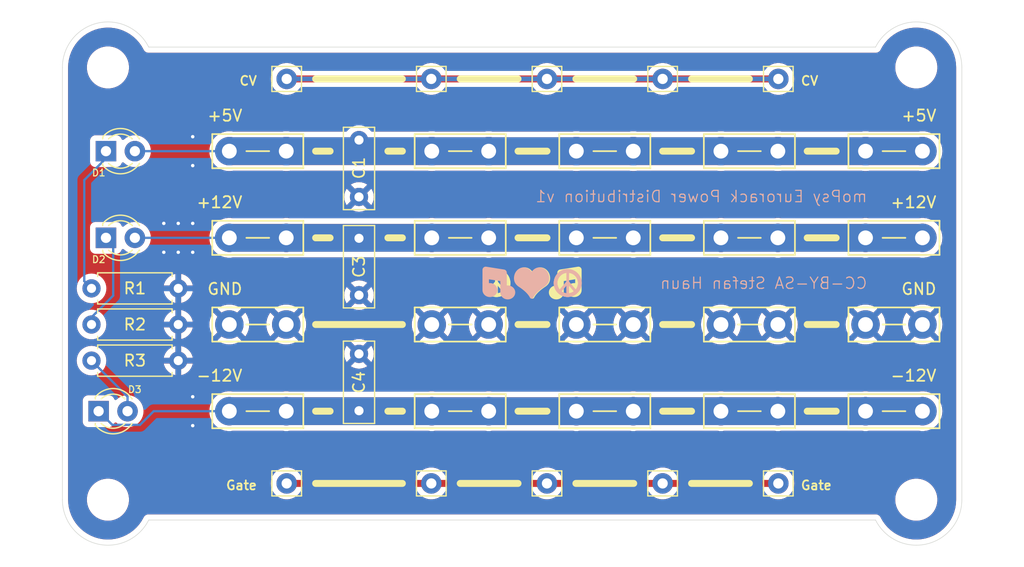
<source format=kicad_pcb>
(kicad_pcb (version 20240108) (generator "pcbnew") (generator_version "8.0")
  (layers (0 "F.Cu" signal) (31 "B.Cu" signal) (34 "B.Paste" user) (35 "F.Paste" user) (36 "B.SilkS" user "B.Silkscreen") (37 "F.SilkS" user "F.Silkscreen") (38 "B.Mask" user) (39 "F.Mask" user) (44 "Edge.Cuts" user))
  (net 0 "")
  (net 1 "+5V")
  (net 2 "GND")
  (net 3 "+12V")
  (net 4 "-12V")
  (net 5 "Net-(D1-K)")
  (net 6 "Net-(D2-K)")
  (net 7 "Net-(D3-A)")
  (net 8 "Gate")
  (net 9 "CV")
  (footprint "Connector_Pin:Pin_D0.9mm_L10.0mm_W2.4mm_FlatFork" (layer "F.Cu") (at 162.56 115.57)
    (property "Reference" "J18" (hide yes))
    (property "Value" "Conn_01x01_Male" (hide yes))
  )
  (footprint "Connector_Pin:Pin_D0.9mm_L10.0mm_W2.4mm_FlatFork" (layer "F.Cu") (at 152.4 115.57)
    (property "Reference" "J12" (hide yes))
    (property "Value" "Conn_01x01_Male")
  )
  (footprint "moPsy:Connector FS-P475" (layer "F.Cu") (at 154.94 86.36 180)
    (property "Reference" "J7" (hide yes))
    (property "Value" "Conn_01x01_Male" (hide yes))
  )
  (footprint "moPsy:Connector FS-P475" (layer "F.Cu") (at 137.16 101.6)
    (property "Reference" "J3" (hide yes))
    (property "Value" "Conn_01x01_Male" (hide yes))
  )
  (footprint "MountingHole:MountingHole_3.2mm_M3" (layer "F.Cu") (at 195 79)
    (property "Reference" "REF**" (hide yes))
    (property "Value" "MountingHole_3.2mm_M3")
  )
  (footprint "MountingHole:MountingHole_3.2mm_M3" (layer "F.Cu") (at 124 117)
    (property "Reference" "REF**" (hide yes))
    (property "Value" "MountingHole_3.2mm_M3")
  )
  (footprint "moPsy:Connector FS-P475" (layer "F.Cu") (at 137.16 93.98 180)
    (property "Reference" "J2" (hide yes))
    (property "Value" "Conn_01x01_Male" (hide yes))
  )
  (footprint "moPsy:Connector FS-P475" (layer "F.Cu") (at 137.16 109.22 180)
    (property "Reference" "J4" (hide yes))
    (property "Value" "Conn_01x01_Male" (hide yes))
  )
  (footprint "moPsy:Connector FS-P475" (layer "F.Cu") (at 167.64 109.22)
    (property "Reference" "J16" (hide yes))
    (property "Value" "Conn_01x01_Male" (hide yes))
  )
  (footprint "MountingHole:MountingHole_3.2mm_M3" (layer "F.Cu") (at 195 117)
    (property "Reference" "REF**" (hide yes))
    (property "Value" "MountingHole_3.2mm_M3")
  )
  (footprint "moPsy:Connector FS-P475" (layer "F.Cu") (at 167.64 86.36 180)
    (property "Reference" "J13" (hide yes))
    (property "Value" "Conn_01x01_Male" (hide yes))
  )
  (footprint "Connector_Pin:Pin_D0.9mm_L10.0mm_W2.4mm_FlatFork" (layer "F.Cu") (at 172.72 115.57)
    (property "Reference" "J24" (hide yes))
    (property "Value" "Conn_01x01_Male" (hide yes))
  )
  (footprint "Connector_Pin:Pin_D0.9mm_L10.0mm_W2.4mm_FlatFork" (layer "F.Cu") (at 162.56 80.01)
    (property "Reference" "J17" (hide yes))
    (property "Value" "Conn_01x01_Male" (hide yes))
  )
  (footprint "Connector_Pin:Pin_D0.9mm_L10.0mm_W2.4mm_FlatFork" (layer "F.Cu") (at 139.7 80.01)
    (property "Reference" "J5" (hide yes))
    (property "Value" "Conn_01x01_Male" (hide yes))
  )
  (footprint "moPsy:Connector FS-P475" (layer "F.Cu") (at 137.16 86.36 180)
    (property "Reference" "J1" (hide yes))
    (property "Value" "Conn_01x01_Male" (hide yes))
  )
  (footprint "moPsy:Connector FS-P475" (layer "F.Cu") (at 180.34 101.6 180)
    (property "Reference" "J21" (hide yes))
    (property "Value" "Conn_01x01_Male" (hide yes))
  )
  (footprint "LED_THT:LED_D3.0mm" (layer "F.Cu") (at 123.825 86.36)
    (property "Reference" "D1")
    (property "Value" "rt")
  )
  (footprint "moPsy:Connector FS-P475" (layer "F.Cu") (at 193.04 86.36 180)
    (property "Reference" "J25" (hide yes))
    (property "Value" "Conn_01x01_Male" (hide yes))
  )
  (footprint "MountingHole:MountingHole_3.2mm_M3" (layer "F.Cu") (at 124 79)
    (property "Reference" "REF**" (hide yes))
    (property "Value" "MountingHole_3.2mm_M3")
  )
  (footprint "moPsy:Connector FS-P475" (layer "F.Cu") (at 180.34 109.22)
    (property "Reference" "J22" (hide yes))
    (property "Value" "Conn_01x01_Male" (hide yes))
  )
  (footprint "Connector_Pin:Pin_D0.9mm_L10.0mm_W2.4mm_FlatFork" (layer "F.Cu") (at 182.88 80.01)
    (property "Reference" "J29" (hide yes))
    (property "Value" "Conn_01x01_Male" (hide yes))
  )
  (footprint "moPsy:Connector FS-P475" (layer "F.Cu") (at 167.64 101.6 180)
    (property "Reference" "J15" (hide yes))
    (property "Value" "Conn_01x01_Male" (hide yes))
  )
  (footprint "Capacitor_THT:C_Rect_L7.0mm_W2.5mm_P5.00mm" (layer "F.Cu") (at 146.05 94.02 -90)
    (property "Reference" "C3")
    (property "Value" "C")
  )
  (footprint "Resistor_THT:R_Axial_DIN0207_L6.3mm_D2.5mm_P7.62mm_Horizontal" (layer "F.Cu") (at 122.555 98.425)
    (property "Reference" "R1")
    (property "Value" "10k")
  )
  (footprint "Resistor_THT:R_Axial_DIN0207_L6.3mm_D2.5mm_P7.62mm_Horizontal" (layer "F.Cu") (at 122.555 101.6)
    (property "Reference" "R2")
    (property "Value" "10k")
  )
  (footprint "Connector_Pin:Pin_D0.9mm_L10.0mm_W2.4mm_FlatFork" (layer "F.Cu") (at 172.72 80.01)
    (property "Reference" "J23" (hide yes))
    (property "Value" "Conn_01x01_Male" (hide yes))
  )
  (footprint "moPsy:Connector FS-P475" (layer "F.Cu") (at 154.94 93.98 180)
    (property "Reference" "J8" (hide yes))
    (property "Value" "Conn_01x01_Male" (hide yes))
  )
  (footprint "moPsy:Connector FS-P475" (layer "F.Cu") (at 193.04 101.6 180)
    (property "Reference" "J27" (hide yes))
    (property "Value" "Conn_01x01_Male" (hide yes))
  )
  (footprint "Capacitor_THT:C_Rect_L7.0mm_W2.5mm_P5.00mm" (layer "F.Cu") (at 146.05 104.18 -90)
    (property "Reference" "C4")
    (property "Value" "C")
  )
  (footprint "moPsy:Connector FS-P475" (layer "F.Cu") (at 180.34 86.36 180)
    (property "Reference" "J19" (hide yes))
    (property "Value" "Conn_01x01_Male" (hide yes))
  )
  (footprint "moPsy:Connector FS-P475" (layer "F.Cu") (at 193.04 93.98 180)
    (property "Reference" "J26" (hide yes))
    (property "Value" "Conn_01x01_Male" (hide yes))
  )
  (footprint "LED_THT:LED_D3.0mm" (layer "F.Cu") (at 123.18 109.22)
    (property "Reference" "D3")
    (property "Value" "bl")
  )
  (footprint "moPsy:Connector FS-P475" (layer "F.Cu") (at 193.04 109.22)
    (property "Reference" "J28" (hide yes))
    (property "Value" "Conn_01x01_Male" (hide yes))
  )
  (footprint "Connector_Pin:Pin_D0.9mm_L10.0mm_W2.4mm_FlatFork" (layer "F.Cu") (at 139.7 115.57)
    (property "Reference" "J6" (hide yes))
    (property "Value" "Conn_01x01_Male")
  )
  (footprint "Resistor_THT:R_Axial_DIN0207_L6.3mm_D2.5mm_P7.62mm_Horizontal" (layer "F.Cu") (at 122.555 104.775)
    (property "Reference" "R3")
    (property "Value" "22k")
  )
  (footprint "moPsy:Connector FS-P475" (layer "F.Cu") (at 180.34 93.98 180)
    (property "Reference" "J20" (hide yes))
    (property "Value" "Conn_01x01_Male" (hide yes))
  )
  (footprint "moPsy:Connector FS-P475" (layer "F.Cu") (at 167.64 93.98 180)
    (property "Reference" "J14" (hide yes))
    (property "Value" "Conn_01x01_Male" (hide yes))
  )
  (footprint "Connector_Pin:Pin_D0.9mm_L10.0mm_W2.4mm_FlatFork" (layer "F.Cu") (at 152.4 80.01)
    (property "Reference" "J11" (hide yes))
    (property "Value" "Conn_01x01_Male" (hide yes))
  )
  (footprint "moPsy:Connector FS-P475" (layer "F.Cu") (at 154.94 109.22)
    (property "Reference" "J10" (hide yes))
    (property "Value" "Conn_01x01_Male" (hide yes))
  )
  (footprint "Connector_Pin:Pin_D0.9mm_L10.0mm_W2.4mm_FlatFork" (layer "F.Cu") (at 182.88 115.57)
    (property "Reference" "J30" (hide yes))
    (property "Value" "Conn_01x01_Male" (hide yes))
  )
  (footprint "Capacitor_THT:C_Rect_L7.0mm_W2.5mm_P5.00mm" (layer "F.Cu") (at 146.05 85.384 -90)
    (property "Reference" "C1")
    (property "Value" "C")
  )
  (footprint "moPsy:Connector FS-P475" (layer "F.Cu") (at 154.94 101.6 180)
    (property "Reference" "J9" (hide yes))
    (property "Value" "Conn_01x01_Male" (hide yes))
  )
  (footprint "LED_THT:LED_D3.0mm" (layer "F.Cu") (at 123.825 93.98)
    (property "Reference" "D2")
    (property "Value" "ye")
  )
  (gr_line (start 163.784858 97.070536) (end 163.828058 97.04284) (stroke (width 0.32)) (layer "B.SilkS"))
  (gr_line (start 164.165586 96.910325) (end 164.218019 96.900961) (stroke (width 0.32)) (layer "B.SilkS"))
  (gr_line (start 164.841784 96.993689) (end 164.887694 97.017202) (stroke (width 0.32)) (layer "B.SilkS"))
  (gr_line (start 163.399092 97.538995) (end 163.420415 97.491831) (stroke (width 0.32)) (layer "B.SilkS"))
  (gr_line (start 165.316411 97.445921) (end 165.339925 97.491831) (stroke (width 0.32)) (layer "B.SilkS"))
  (gr_line (start 163.363288 98.270069) (end 163.34894 98.219542) (stroke (width 0.32)) (layer "B.SilkS"))
  (gr_line (start 165.380312 97.587347) (end 165.397052 97.63682) (stroke (width 0.32)) (layer "B.SilkS"))
  (gr_line (start 165.290773 97.401332) (end 165.316411 97.445921) (stroke (width 0.32)) (layer "B.SilkS"))
  (gr_line (start 164.975482 98.836352) (end 164.932282 98.864048) (stroke (width 0.32)) (layer "B.SilkS"))
  (gr_line (start 163.316804 97.898653) (end 163.320916 97.84458) (stroke (width 0.32)) (layer "B.SilkS"))
  (gr_line (start 163.965721 98.934522) (end 163.918557 98.913199) (stroke (width 0.32)) (layer "B.SilkS"))
  (gr_line (start 165.423289 98.168029) (end 165.4114 98.219542) (stroke (width 0.32)) (layer "B.SilkS"))
  (gr_line (start 164.696794 98.970326) (end 164.646268 98.984674) (stroke (width 0.32)) (layer "B.SilkS"))
  (gr_line (start 165.380312 98.319541) (end 165.361248 98.367893) (stroke (width 0.32)) (layer "B.SilkS"))
  (gr_line (start 163.592022 98.669359) (end 163.558556 98.630725) (stroke (width 0.32)) (layer "B.SilkS"))
  (gr_line (start 165.443536 98.008237) (end 165.439424 98.062309) (stroke (width 0.32)) (layer "B.SilkS"))
  (gr_line (start 164.218019 99.005927) (end 164.165586 98.996563) (stroke (width 0.32)) (layer "B.SilkS"))
  (gr_line (start 164.114072 98.984674) (end 164.063546 98.970326) (stroke (width 0.32)) (layer "B.SilkS"))
  (gr_line (start 163.526947 97.316387) (end 163.558556 97.276164) (stroke (width 0.32)) (layer "B.SilkS"))
  (gr_line (start 163.872647 97.017202) (end 163.918557 96.993689) (stroke (width 0.32)) (layer "B.SilkS"))
  (gr_line (start 163.627277 97.200551) (end 163.664256 97.165296) (stroke (width 0.32)) (layer "B.SilkS"))
  (gr_line (start 164.325378 96.890078) (end 164.38017 96.888693) (stroke (width 0.32)) (layer "B.SilkS"))
  (gr_line (start 165.397052 98.270069) (end 165.380312 98.319541) (stroke (width 0.32)) (layer "B.SilkS"))
  (gr_line (start 165.201784 98.630725) (end 165.168318 98.669359) (stroke (width 0.32)) (layer "B.SilkS"))
  (gr_line (start 164.542321 96.900961) (end 164.594754 96.910325) (stroke (width 0.32)) (layer "B.SilkS"))
  (gr_line (start 165.096085 98.741592) (end 165.057451 98.775058) (stroke (width 0.32)) (layer "B.SilkS"))
  (gr_line (start 164.932282 98.864048) (end 164.887694 98.889686) (stroke (width 0.32)) (layer "B.SilkS"))
  (gr_line (start 163.965721 96.972366) (end 164.014073 96.953302) (stroke (width 0.32)) (layer "B.SilkS"))
  (gr_line (start 163.592022 97.23753) (end 163.627277 97.200551) (stroke (width 0.32)) (layer "B.SilkS"))
  (gr_line (start 165.017228 97.100221) (end 165.057451 97.13183) (stroke (width 0.32)) (layer "B.SilkS"))
  (gr_line (start 165.361248 97.538995) (end 165.380312 97.587347) (stroke (width 0.32)) (layer "B.SilkS"))
  (gr_line (start 164.014073 98.953586) (end 163.965721 98.934522) (stroke (width 0.32)) (layer "B.SilkS"))
  (gr_line (start 164.594754 96.910325) (end 164.646268 96.922214) (stroke (width 0.32)) (layer "B.SilkS"))
  (gr_line (start 163.320916 97.84458) (end 163.327687 97.791294) (stroke (width 0.32)) (layer "B.SilkS"))
  (gr_line (start 165.168318 98.669359) (end 165.133063 98.706337) (stroke (width 0.32)) (layer "B.SilkS"))
  (gr_line (start 164.489035 96.89419) (end 164.542321 96.900961) (stroke (width 0.32)) (layer "B.SilkS"))
  (gr_line (start 164.696794 96.936562) (end 164.746267 96.953302) (stroke (width 0.32)) (layer "B.SilkS"))
  (gr_line (start 163.327687 97.791294) (end 163.337051 97.73886) (stroke (width 0.32)) (layer "B.SilkS"))
  (gr_line (start 163.380028 97.587347) (end 163.399092 97.538995) (stroke (width 0.32)) (layer "B.SilkS"))
  (gr_line (start 164.489035 99.012698) (end 164.434962 99.01681) (stroke (width 0.32)) (layer "B.SilkS"))
  (gr_line (start 165.444921 97.953445) (end 165.443536 98.008237) (stroke (width 0.32)) (layer "B.SilkS"))
  (gr_line (start 165.4114 97.687347) (end 165.423289 97.73886) (stroke (width 0.32)) (layer "B.SilkS"))
  (gr_line (start 165.233393 98.590502) (end 165.201784 98.630725) (stroke (width 0.32)) (layer "B.SilkS"))
  (gr_line (start 163.918557 98.913199) (end 163.872647 98.889686) (stroke (width 0.32)) (layer "B.SilkS"))
  (gr_line (start 163.918557 96.993689) (end 163.965721 96.972366) (stroke (width 0.32)) (layer "B.SilkS"))
  (gr_line (start 163.420415 97.491831) (end 163.443929 97.445921) (stroke (width 0.32)) (layer "B.SilkS"))
  (gr_line (start 163.664256 97.165296) (end 163.70289 97.13183) (stroke (width 0.32)) (layer "B.SilkS"))
  (gr_line (start 163.70289 97.13183) (end 163.743113 97.100221) (stroke (width 0.32)) (layer "B.SilkS"))
  (gr_line (start 163.420415 98.415058) (end 163.399092 98.367893) (stroke (width 0.32)) (layer "B.SilkS"))
  (gr_line (start 164.887694 97.017202) (end 164.932282 97.04284) (stroke (width 0.32)) (layer "B.SilkS"))
  (gr_line (start 163.316804 98.008237) (end 163.315419 97.953445) (stroke (width 0.32)) (layer "B.SilkS"))
  (gr_line (start 163.34894 97.687347) (end 163.363288 97.63682) (stroke (width 0.32)) (layer "B.SilkS"))
  (gr_line (start 164.218019 96.900961) (end 164.271305 96.89419) (stroke (width 0.32)) (layer "B.SilkS"))
  (gr_line (start 164.975482 97.070536) (end 165.017228 97.100221) (stroke (width 0.32)) (layer "B.SilkS"))
  (gr_line (start 164.393419 97.858041) (end 163.698773 98.676481) (stroke (width 0.239999)) (layer "B.SilkS"))
  (gr_line (start 164.374866 98.934052) (end 164.385474 96.985215) (stroke (width 0.239999)) (layer "B.SilkS"))
  (gr_line (start 164.325378 99.01681) (end 164.271305 99.012698) (stroke (width 0.32)) (layer "B.SilkS"))
  (gr_line (start 163.34894 98.219542) (end 163.337051 98.168029) (stroke (width 0.32)) (layer "B.SilkS"))
  (gr_line (start 164.542321 99.005927) (end 164.489035 99.012698) (stroke (width 0.32)) (layer "B.SilkS"))
  (gr_line (start 165.339925 98.415058) (end 165.316411 98.460968) (stroke (width 0.32)) (layer "B.SilkS"))
  (gr_line (start 163.399092 98.367893) (end 163.380028 98.319541) (stroke (width 0.32)) (layer "B.SilkS"))
  (gr_line (start 165.263078 97.358132) (end 165.290773 97.401332) (stroke (width 0.32)) (layer "B.SilkS"))
  (gr_line (start 163.337051 98.168029) (end 163.327687 98.115596) (stroke (width 0.32)) (layer "B.SilkS"))
  (gr_line (start 164.746267 98.953586) (end 164.696794 98.970326) (stroke (width 0.32)) (layer "B.SilkS"))
  (gr_line (start 163.664256 98.741592) (end 163.627277 98.706337) (stroke (width 0.32)) (layer "B.SilkS"))
  (gr_line (start 165.133063 97.200551) (end 165.168318 97.23753) (stroke (width 0.32)) (layer "B.SilkS"))
  (gr_line (start 165.432653 98.115596) (end 165.423289 98.168029) (stroke (width 0.32)) (layer "B.SilkS"))
  (gr_line (start 165.4114 98.219542) (end 165.397052 98.270069) (stroke (width 0.32)) (layer "B.SilkS"))
  (gr_line (start 164.063546 96.936562) (end 164.114072 96.922214) (stroke (width 0.32)) (layer "B.SilkS"))
  (gr_line (start 164.646268 96.922214) (end 164.696794 96.936562) (stroke (width 0.32)) (layer "B.SilkS"))
  (gr_line (start 163.327687 98.115596) (end 163.320916 98.062309) (stroke (width 0.32)) (layer "B.SilkS"))
  (gr_line (start 165.439424 98.062309) (end 165.432653 98.115596) (stroke (width 0.32)) (layer "B.SilkS"))
  (gr_line (start 164.434962 96.890078) (end 164.489035 96.89419) (stroke (width 0.32)) (layer "B.SilkS"))
  (gr_line (start 165.057451 97.13183) (end 165.096085 97.165296) (stroke (width 0.32)) (layer "B.SilkS"))
  (gr_line (start 163.443929 98.460968) (end 163.420415 98.415058) (stroke (width 0.32)) (layer "B.SilkS"))
  (gr_line (start 163.828058 98.864048) (end 163.784858 98.836352) (stroke (width 0.32)) (layer "B.SilkS"))
  (gr_line (start 163.526947 98.590502) (end 163.497262 98.548757) (stroke (width 0.32)) (layer "B.SilkS"))
  (gr_line (start 163.497262 98.548757) (end 163.469567 98.505556) (stroke (width 0.32)) (layer "B.SilkS"))
  (gr_line (start 164.38017 99.018195) (end 164.325378 99.01681) (stroke (width 0.32)) (layer "B.SilkS"))
  (gr_line (start 163.337051 97.73886) (end 163.34894 97.687347) (stroke (width 0.32)) (layer "B.SilkS"))
  (gr_line (start 164.746267 96.953302) (end 164.794619 96.972366) (stroke (width 0.32)) (layer "B.SilkS"))
  (gr_line (start 163.497262 97.358132) (end 163.526947 97.316387) (stroke (width 0.32)) (layer "B.SilkS"))
  (gr_line (start 163.363288 97.63682) (end 163.380028 97.587347) (stroke (width 0.32)) (layer "B.SilkS"))
  (gr_line (start 164.594754 98.996563) (end 164.542321 99.005927) (stroke (width 0.32)) (layer "B.SilkS"))
  (gr_line (start 164.271305 99.012698) (end 164.218019 99.005927) (stroke (width 0.32)) (layer "B.SilkS"))
  (gr_line (start 163.558556 97.276164) (end 163.592022 97.23753) (stroke (width 0.32)) (layer "B.SilkS"))
  (gr_line (start 164.841784 98.913199) (end 164.794619 98.934522) (stroke (width 0.32)) (layer "B.SilkS"))
  (gr_line (start 165.233393 97.316387) (end 165.263078 97.358132) (stroke (width 0.32)) (layer "B.SilkS"))
  (gr_line (start 164.271305 96.89419) (end 164.325378 96.890078) (stroke (width 0.32)) (layer "B.SilkS"))
  (gr_line (start 165.263078 98.548757) (end 165.233393 98.590502) (stroke (width 0.32)) (layer "B.SilkS"))
  (gr_line (start 164.014073 96.953302) (end 164.063546 96.936562) (stroke (width 0.32)) (layer "B.SilkS"))
  (gr_line (start 163.872647 98.889686) (end 163.828058 98.864048) (stroke (width 0.32)) (layer "B.SilkS"))
  (gr_line (start 165.290773 98.505556) (end 165.263078 98.548757) (stroke (width 0.32)) (layer "B.SilkS"))
  (gr_line (start 163.558556 98.630725) (end 163.526947 98.590502) (stroke (width 0.32)) (layer "B.SilkS"))
  (gr_line (start 165.057451 98.775058) (end 165.017228 98.806667) (stroke (width 0.32)) (layer "B.SilkS"))
  (gr_line (start 163.380028 98.319541) (end 163.363288 98.270069) (stroke (width 0.32)) (layer "B.SilkS"))
  (gr_line (start 165.443536 97.898653) (end 165.444921 97.953445) (stroke (width 0.32)) (layer "B.SilkS"))
  (gr_line (start 163.828058 97.04284) (end 163.872647 97.017202) (stroke (width 0.32)) (layer "B.SilkS"))
  (gr_line (start 164.165586 98.996563) (end 164.114072 98.984674) (stroke (width 0.32)) (layer "B.SilkS"))
  (gr_line (start 163.315419 97.953445) (end 163.316804 97.898653) (stroke (width 0.32)) (layer "B.SilkS"))
  (gr_line (start 163.320916 98.062309) (end 163.316804 98.008237) (stroke (width 0.32)) (layer "B.SilkS"))
  (gr_line (start 164.887694 98.889686) (end 164.841784 98.913199) (stroke (width 0.32)) (layer "B.SilkS"))
  (gr_line (start 163.784858 98.836352) (end 163.743113 98.806667) (stroke (width 0.32)) (layer "B.SilkS"))
  (gr_line (start 165.361248 98.367893) (end 165.339925 98.415058) (stroke (width 0.32)) (layer "B.SilkS"))
  (gr_line (start 164.370219 97.858561) (end 165.069057 98.681944) (stroke (width 0.239999)) (layer "B.SilkS"))
  (gr_line (start 163.743113 97.100221) (end 163.784858 97.070536) (stroke (width 0.32)) (layer "B.SilkS"))
  (gr_line (start 165.423289 97.73886) (end 165.432653 97.791294) (stroke (width 0.32)) (layer "B.SilkS"))
  (gr_line (start 165.133063 98.706337) (end 165.096085 98.741592) (stroke (width 0.32)) (layer "B.SilkS"))
  (gr_line (start 165.168318 97.23753) (end 165.201784 97.276164) (stroke (width 0.32)) (layer "B.SilkS"))
  (gr_line (start 164.646268 98.984674) (end 164.594754 98.996563) (stroke (width 0.32)) (layer "B.SilkS"))
  (gr_line (start 164.932282 97.04284) (end 164.975482 97.070536) (stroke (width 0.32)) (layer "B.SilkS"))
  (gr_line (start 164.434962 99.01681) (end 164.38017 99.018195) (stroke (width 0.32)) (layer "B.SilkS"))
  (gr_line (start 165.017228 98.806667) (end 164.975482 98.836352) (stroke (width 0.32)) (layer "B.SilkS"))
  (gr_line (start 164.063546 98.970326) (end 164.014073 98.953586) (stroke (width 0.32)) (layer "B.SilkS"))
  (gr_line (start 165.439424 97.84458) (end 165.443536 97.898653) (stroke (width 0.32)) (layer "B.SilkS"))
  (gr_line (start 163.70289 98.775058) (end 163.664256 98.741592) (stroke (width 0.32)) (layer "B.SilkS"))
  (gr_poly (pts (xy 160.498009 96.739395) (xy 160.480394 96.740088) (xy 160.462954 96.741244) (xy 160.445687 96.742862) (xy 160.428595 96.744943) (xy 160.411677 96.747486) (xy 160.394933 96.750491) (xy 160.378363 96.753959) (xy 160.361967 96.757889) (xy 160.345746 96.762281) (xy 160.329698 96.767136) (xy 160.313824 96.772453) (xy 160.298125 96.778233) (xy 160.2826 96.784474) (xy 160.267248 96.791178) (xy 160.252071 96.798345) (xy 160.236169 96.806452) (xy 160.220498 96.814923) (xy 160.20506 96.823758) (xy 160.189854 96.832956) (xy 160.17488 96.842516) (xy 160.160139 96.852441) (xy 160.145629 96.862728) (xy 160.131352 96.873379) (xy 160.117306 96.884393) (xy 160.103493 96.89577) (xy 160.089912 96.90751) (xy 160.076563 96.919614) (xy 160.063447 96.932081) (xy 160.050562 96.944911) (xy 160.037909 96.958105) (xy 160.025489 96.971662) (xy 160.012924 96.986052) (xy 160.000764 97.000691) (xy 159.989012 97.015577) (xy 159.977665 97.030711) (xy 159.966725 97.046093) (xy 159.956191 97.061722) (xy 159.946063 97.077599) (xy 159.936342 97.093724) (xy 159.927027 97.110097) (xy 159.918118 97.126717) (xy 159.909615 97.143585) (xy 159.901519 97.1607) (xy 159.893829 97.178063) (xy 159.886545 97.195674) (xy 159.879668 97.213533) (xy 159.873197 97.231639) (xy 159.8669 97.249919) (xy 159.861009 97.268297) (xy 159.855524 97.286775) (xy 159.850446 97.305351) (xy 159.845774 97.324027) (xy 159.841508 97.342802) (xy 159.837648 97.361676) (xy 159.834195 97.380649) (xy 159.831148 97.399721) (xy 159.828507 97.418892) (xy 159.826272 97.438163) (xy 159.824444 97.457532) (xy 159.823022 97.477) (xy 159.822006 97.496568) (xy 159.821397 97.516235) (xy 159.821194 97.536) (xy 159.822601 97.582987) (xy 159.826823 97.628835) (xy 159.833861 97.673543) (xy 159.843713 97.717112) (xy 159.85638 97.759542) (xy 159.871861 97.800832) (xy 159.890158 97.840983) (xy 159.91127 97.879994) (xy 159.935196 97.917866) (xy 159.961937 97.954599) (xy 159.991493 97.990192) (xy 160.023864 98.024646) (xy 160.05905 98.05796) (xy 160.097051 98.090136) (xy 160.137866 98.121172) (xy 160.181496 98.151068) (xy 160.276273 98.214981) (xy 160.366987 98.278844) (xy 160.453639 98.342657) (xy 160.536227 98.406421) (xy 160.614753 98.470135) (xy 160.689217 98.5338) (xy 160.759617 98.597415) (xy 160.825955 98.660981) (xy 160.888231 98.724497) (xy 160.946443 98.787963) (xy 161.000593 98.85138) (xy 161.05068 98.914748) (xy 161.096705 98.978066) (xy 161.138666 99.041335) (xy 161.176565 99.104554) (xy 161.210402 99.167723) (xy 161.210403 99.167723) (xy 161.244239 99.104554) (xy 161.282138 99.041335) (xy 161.3241 98.978066) (xy 161.370125 98.914748) (xy 161.420212 98.85138) (xy 161.474362 98.787963) (xy 161.532574 98.724497) (xy 161.59485 98.660981) (xy 161.661187 98.597415) (xy 161.731588 98.5338) (xy 161.806051 98.470135) (xy 161.884577 98.406421) (xy 161.967166 98.342657) (xy 162.053817 98.278844) (xy 162.144531 98.214981) (xy 162.239308 98.151068) (xy 162.282938 98.120676) (xy 162.323754 98.089211) (xy 162.361755 98.056673) (xy 162.396941 98.023061) (xy 162.429311 97.988376) (xy 162.458868 97.952617) (xy 162.485609 97.915786) (xy 162.497924 97.896967) (xy 162.509535 97.877881) (xy 162.520443 97.858526) (xy 162.530647 97.838902) (xy 162.540147 97.819011) (xy 162.548943 97.798851) (xy 162.557036 97.778422) (xy 162.564425 97.757726) (xy 162.57111 97.736761) (xy 162.577092 97.715527) (xy 162.58237 97.694026) (xy 162.586944 97.672256) (xy 162.590814 97.650217) (xy 162.593981 97.627911) (xy 162.598203 97.582492) (xy 162.599611 97.536) (xy 162.598827 97.496568) (xy 162.596477 97.457532) (xy 162.592559 97.418892) (xy 162.587074 97.380649) (xy 162.580023 97.342802) (xy 162.571404 97.305351) (xy 162.561218 97.268297) (xy 162.549465 97.231639) (xy 162.542769 97.213533) (xy 162.535681 97.195674) (xy 162.528201 97.178063) (xy 162.52033 97.1607) (xy 162.512067 97.143585) (xy 162.503412 97.126717) (xy 162.494365 97.110097) (xy 162.484927 97.093724) (xy 162.475096 97.077599) (xy 162.464874 97.061722) (xy 162.454261 97.046093) (xy 162.443255 97.030711) (xy 162.431858 97.015577) (xy 162.420069 97.000691) (xy 162.407889 96.986052) (xy 162.395316 96.971662) (xy 162.382896 96.958105) (xy 162.370243 96.944911) (xy 162.357359 96.932081) (xy 162.344242 96.919614) (xy 162.330893 96.90751) (xy 162.317312 96.89577) (xy 162.303499 96.884393) (xy 162.289454 96.873379) (xy 162.275176 96.862728) (xy 162.260666 96.852441) (xy 162.245925 96.842516) (xy 162.230951 96.832956) (xy 162.215744 96.823758) (xy 162.200306 96.814923) (xy 162.184636 96.806452) (xy 162.168733 96.798345) (xy 162.153556 96.791178) (xy 162.138205 96.784474) (xy 162.122679 96.778233) (xy 162.10698 96.772453) (xy 162.091106 96.767136) (xy 162.075059 96.762281) (xy 162.058837 96.757889) (xy 162.042441 96.753959) (xy 162.025871 96.750491) (xy 162.009127 96.747486) (xy 161.992209 96.744943) (xy 161.975116 96.742862) (xy 161.95785 96.741244) (xy 161.940409 96.740088) (xy 161.922794 96.739395) (xy 161.905005 96.739163) (xy 161.887217 96.739395) (xy 161.869602 96.740088) (xy 161.852162 96.741244) (xy 161.834895 96.742862) (xy 161.817803 96.744943) (xy 161.800885 96.747486) (xy 161.784141 96.750491) (xy 161.767571 96.753959) (xy 161.751175 96.757889) (xy 161.734953 96.762281) (xy 161.718905 96.767136) (xy 161.703032 96.772453) (xy 161.687332 96.778233) (xy 161.671807 96.784474) (xy 161.656456 96.791178) (xy 161.641279 96.798345) (xy 161.625594 96.806205) (xy 161.610112 96.814461) (xy 161.594834 96.823114) (xy 161.579758 96.832163) (xy 161.564886 96.841608) (xy 161.550217 96.85145) (xy 161.535751 96.861688) (xy 161.521488 96.872322) (xy 161.507428 96.883352) (xy 161.493572 96.894779) (xy 161.479918 96.906602) (xy 161.466468 96.918821) (xy 161.45322 96.931437) (xy 161.440176 96.944449) (xy 161.427335 96.957857) (xy 161.414697 96.971662) (xy 161.402574 96.985541) (xy 161.390814 96.9997) (xy 161.379417 97.014141) (xy 161.368382 97.028862) (xy 161.35771 97.043864) (xy 161.347401 97.059146) (xy 161.337455 97.07471) (xy 161.327871 97.090554) (xy 161.31865 97.106679) (xy 161.309792 97.123084) (xy 161.301297 97.13977) (xy 161.293164 97.156737) (xy 161.285395 97.173984) (xy 161.277987 97.191513) (xy 161.270943 97.209321) (xy 161.264261 97.227411) (xy 161.257739 97.245459) (xy 161.251638 97.263673) (xy 161.245958 97.282051) (xy 161.240698 97.300595) (xy 161.235859 97.319304) (xy 161.231441 97.338178) (xy 161.227443 97.357217) (xy 161.223867 97.376421) (xy 161.220711 97.395791) (xy 161.217976 97.415325) (xy 161.215662 97.435025) (xy 161.213768 97.45489) (xy 161.212295 97.474919) (xy 161.211243 97.495115) (xy 161.210612 97.515475) (xy 161.210402 97.536) (xy 161.209589 97.495115) (xy 161.207152 97.45489) (xy 161.203089 97.415325) (xy 161.200448 97.395791) (xy 161.197401 97.376421) (xy 161.193948 97.357217) (xy 161.190088 97.338178) (xy 161.185822 97.319304) (xy 161.18115 97.300595) (xy 161.176072 97.282051) (xy 161.170588 97.263673) (xy 161.164697 97.245459) (xy 161.1584 97.227411) (xy 161.151493 97.209321) (xy 161.144238 97.191512) (xy 161.136635 97.173984) (xy 161.128684 97.156736) (xy 161.120385 97.139769) (xy 161.111737 97.123083) (xy 161.102741 97.106678) (xy 161.093397 97.090553) (xy 161.083704 97.074709) (xy 161.073664 97.059146) (xy 161.063275 97.043864) (xy 161.052538 97.028862) (xy 161.041452 97.014141) (xy 161.030018 96.9997) (xy 161.018237 96.985541) (xy 161.006106 96.971662) (xy 160.993469 96.957857) (xy 160.980628 96.944449) (xy 160.967583 96.931437) (xy 160.954336 96.918821) (xy 160.940886 96.906602) (xy 160.927232 96.894779) (xy 160.913376 96.883352) (xy 160.899316 96.872322) (xy 160.885053 96.861688) (xy 160.870587 96.85145) (xy 160.855918 96.841608) (xy 160.841045 96.832163) (xy 160.82597 96.823114) (xy 160.810691 96.814461) (xy 160.79521 96.806205) (xy 160.779525 96.798345) (xy 160.764348 96.791178) (xy 160.748996 96.784474) (xy 160.733471 96.778233) (xy 160.717772 96.772453) (xy 160.701898 96.767136) (xy 160.68585 96.762281) (xy 160.669629 96.757889) (xy 160.653233 96.753959) (xy 160.636663 96.750491) (xy 160.619919 96.747486) (xy 160.603001 96.744943) (xy 160.585909 96.742862) (xy 160.568642 96.741244) (xy 160.551202 96.740088) (xy 160.533587 96.739395) (xy 160.515798 96.739163)) (stroke (width 0.32)) (fill solid) (layer "B.SilkS"))
  (gr_line (start 163.469567 97.401332) (end 163.497262 97.358132) (stroke (width 0.32)) (layer "B.SilkS"))
  (gr_line (start 164.794619 98.934522) (end 164.746267 98.953586) (stroke (width 0.32)) (layer "B.SilkS"))
  (gr_line (start 163.443929 97.445921) (end 163.469567 97.401332) (stroke (width 0.32)) (layer "B.SilkS"))
  (gr_line (start 164.794619 96.972366) (end 164.841784 96.993689) (stroke (width 0.32)) (layer "B.SilkS"))
  (gr_line (start 164.114072 96.922214) (end 164.165586 96.910325) (stroke (width 0.32)) (layer "B.SilkS"))
  (gr_line (start 165.096085 97.165296) (end 165.133063 97.200551) (stroke (width 0.32)) (layer "B.SilkS"))
  (gr_poly (pts (xy 157.171712 96.674847) (xy 157.165077 96.675429) (xy 157.158499 96.676364) (xy 157.151991 96.677649) (xy 157.145568 96.67928) (xy 157.139241 96.681252) (xy 157.133027 96.683563) (xy 157.126937 96.686206) (xy 157.120986 96.68918) (xy 157.115188 96.692479) (xy 157.109556 96.696099) (xy 157.104104 96.700037) (xy 157.098845 96.704289) (xy 157.093824 96.708823) (xy 157.089082 96.713598) (xy 157.084626 96.718602) (xy 157.080462 96.72382) (xy 157.076595 96.72924) (xy 157.073033 96.734849) (xy 157.06978 96.740633) (xy 157.066844 96.746578) (xy 157.064231 96.752673) (xy 157.061946 96.758902) (xy 157.059996 96.765254) (xy 157.058386 96.771714) (xy 157.057124 96.77827) (xy 157.056214 96.784908) (xy 157.055664 96.791615) (xy 157.05548 96.798377) (xy 157.05548 98.572229) (xy 157.056125 98.595545) (xy 157.05804 98.618558) (xy 157.061194 98.641241) (xy 157.065555 98.663565) (xy 157.071091 98.6855) (xy 157.077772 98.707018) (xy 157.085566 98.72809) (xy 157.094442 98.748689) (xy 157.104369 98.768784) (xy 157.115314 98.788347) (xy 157.127247 98.807349) (xy 157.140137 98.825762) (xy 157.153952 98.843557) (xy 157.16866 98.860705) (xy 157.184231 98.877178) (xy 157.200632 98.892946) (xy 157.217834 98.907981) (xy 157.235804 98.922255) (xy 157.25451 98.935737) (xy 157.273923 98.948401) (xy 157.29401 98.960217) (xy 157.314739 98.971156) (xy 157.336081 98.98119) (xy 157.358002 98.990289) (xy 157.380473 98.998425) (xy 157.403461 99.00557) (xy 157.426935 99.011695) (xy 157.450865 99.01677) (xy 157.475218 99.020768) (xy 157.499963 99.023659) (xy 157.525069 99.025414) (xy 157.550505 99.026006) (xy 157.57594 99.025414) (xy 157.601046 99.023659) (xy 157.625791 99.020768) (xy 157.650144 99.01677) (xy 157.674074 99.011695) (xy 157.697548 99.005571) (xy 157.720536 98.998426) (xy 157.743007 98.99029) (xy 157.764929 98.98119) (xy 157.78627 98.971157) (xy 157.807 98.960218) (xy 157.827087 98.948403) (xy 157.8465 98.935739) (xy 157.865207 98.922256) (xy 157.883177 98.907983) (xy 157.900378 98.892948) (xy 157.91678 98.87718) (xy 157.932351 98.860707) (xy 157.94706 98.843559) (xy 157.960874 98.825764) (xy 157.973764 98.807351) (xy 157.985698 98.788349) (xy 157.996643 98.768786) (xy 158.00657 98.748691) (xy 158.015446 98.728093) (xy 158.02324 98.70702) (xy 158.029921 98.685501) (xy 158.035458 98.663566) (xy 158.039819 98.641242) (xy 158.042973 98.618559) (xy 158.044888 98.595545) (xy 158.045533 98.572229) (xy 158.044888 98.548913) (xy 158.042973 98.525899) (xy 158.039819 98.503215) (xy 158.035458 98.480892) (xy 158.029921 98.458956) (xy 158.02324 98.437438) (xy 158.015446 98.416365) (xy 158.00657 98.395767) (xy 157.996643 98.375672) (xy 157.985698 98.356109) (xy 157.973764 98.337106) (xy 157.960874 98.318693) (xy 157.94706 98.300898) (xy 157.932351 98.28375) (xy 157.91678 98.267278) (xy 157.900378 98.25151) (xy 157.883177 98.236475) (xy 157.865207 98.222201) (xy 157.8465 98.208719) (xy 157.827087 98.196055) (xy 157.807 98.184239) (xy 157.78627 98.173301) (xy 157.764929 98.163267) (xy 157.743007 98.154168) (xy 157.720536 98.146032) (xy 157.697548 98.138887) (xy 157.674074 98.132762) (xy 157.650144 98.127687) (xy 157.625791 98.12369) (xy 157.601046 98.120799) (xy 157.57594 98.119043) (xy 157.550505 98.118452) (xy 157.302992 98.118452) (xy 157.302992 97.438233) (xy 158.623066 97.646666) (xy 158.623066 98.778489) (xy 158.623712 98.801805) (xy 158.625627 98.824819) (xy 158.628781 98.847502) (xy 158.633141 98.869826) (xy 158.638678 98.891762) (xy 158.645359 98.91328) (xy 158.653154 98.934353) (xy 158.66203 98.954951) (xy 158.671956 98.975046) (xy 158.682902 98.994609) (xy 158.694835 99.013611) (xy 158.707725 99.032024) (xy 158.72154 99.049819) (xy 158.736249 99.066967) (xy 158.75182 99.08344) (xy 158.768222 99.099208) (xy 158.785423 99.114243) (xy 158.803393 99.128516) (xy 158.8221 99.141999) (xy 158.841513 99.154663) (xy 158.8616 99.166478) (xy 158.88233 99.177417) (xy 158.903671 99.187451) (xy 158.925593 99.19655) (xy 158.948064 99.204686) (xy 158.971052 99.211831) (xy 158.994526 99.217955) (xy 159.018456 99.223031) (xy 159.042809 99.227028) (xy 159.067554 99.229919) (xy 159.09266 99.231674) (xy 159.118096 99.232266) (xy 159.143531 99.231674) (xy 159.168637 99.229919) (xy 159.193382 99.227028) (xy 159.217735 99.223031) (xy 159.241665 99.217955) (xy 159.265139 99.211831) (xy 159.288128 99.204686) (xy 159.310598 99.19655) (xy 159.33252 99.187451) (xy 159.353862 99.177417) (xy 159.374591 99.166478) (xy 159.394678 99.154663) (xy 159.414091 99.141999) (xy 159.432798 99.128516) (xy 159.450768 99.114243) (xy 159.46797 99.099208) (xy 159.484371 99.08344) (xy 159.499942 99.066967) (xy 159.514651 99.049819) (xy 159.528466 99.032024) (xy 159.541356 99.013611) (xy 159.553289 98.994609) (xy 159.564235 98.975046) (xy 159.574161 98.954951) (xy 159.583037 98.934353) (xy 159.590832 98.91328) (xy 159.597513 98.891762) (xy 159.603049 98.869826) (xy 159.60741 98.847502) (xy 159.610564 98.824819) (xy 159.612479 98.801805) (xy 159.613125 98.778489) (xy 159.612479 98.755173) (xy 159.610564 98.73216) (xy 159.60741 98.709477) (xy 159.603049 98.687153) (xy 159.597513 98.665218) (xy 159.590832 98.6437) (xy 159.583037 98.622628) (xy 159.574161 98.60203) (xy 159.564235 98.581935) (xy 159.553289 98.562372) (xy 159.541356 98.54337) (xy 159.528466 98.524957) (xy 159.514651 98.507162) (xy 159.499942 98.490014) (xy 159.484371 98.473542) (xy 159.46797 98.457773) (xy 159.450768 98.442738) (xy 159.432798 98.428465) (xy 159.414091 98.414982) (xy 159.394678 98.402319) (xy 159.374591 98.390503) (xy 159.353862 98.379564) (xy 159.33252 98.36953) (xy 159.310598 98.360431) (xy 159.288128 98.352294) (xy 159.265139 98.345149) (xy 159.241665 98.339024) (xy 159.217735 98.333949) (xy 159.193382 98.329951) (xy 159.168637 98.32706) (xy 159.143531 98.325304) (xy 159.118096 98.324712) (xy 158.870579 98.324712) (xy 158.870579 97.045889) (xy 158.87045 97.040208) (xy 158.870067 97.034586) (xy 158.869434 97.029029) (xy 158.868558 97.023543) (xy 158.867443 97.018135) (xy 158.866094 97.01281) (xy 158.864517 97.007575) (xy 158.862717 97.002435) (xy 158.860699 96.997398) (xy 158.858468 96.992468) (xy 158.85603 96.987652) (xy 158.853389 96.982956) (xy 158.850551 96.978387) (xy 158.847522 96.97395) (xy 158.844306 96.969651) (xy 158.840909 96.965496) (xy 158.837335 96.961492) (xy 158.83359 96.957645) (xy 158.82968 96.953961) (xy 158.825609 96.950446) (xy 158.821382 96.947105) (xy 158.817006 96.943946) (xy 158.812484 96.940973) (xy 158.807823 96.938194) (xy 158.803028 96.935615) (xy 158.798103 96.933241) (xy 158.793054 96.931078) (xy 158.787886 96.929133) (xy 158.782604 96.927412) (xy 158.777214 96.92592) (xy 158.771721 96.924665) (xy 158.76613 96.923652) (xy 157.198543 96.67614) (xy 157.191819 96.675266) (xy 157.185097 96.674762) (xy 157.17839 96.674623)) (stroke (width 0.319999)) (fill solid) (layer "B.SilkS"))
  (gr_line (start 165.316411 98.460968) (end 165.290773 98.505556) (stroke (width 0.32)) (layer "B.SilkS"))
  (gr_line (start 165.339925 97.491831) (end 165.361248 97.538995) (stroke (width 0.32)) (layer "B.SilkS"))
  (gr_line (start 165.397052 97.63682) (end 165.4114 97.687347) (stroke (width 0.32)) (layer "B.SilkS"))
  (gr_line (start 163.743113 98.806667) (end 163.70289 98.775058) (stroke (width 0.32)) (layer "B.SilkS"))
  (gr_line (start 165.432653 97.791294) (end 165.439424 97.84458) (stroke (width 0.32)) (layer "B.SilkS"))
  (gr_line (start 165.201784 97.276164) (end 165.233393 97.316387) (stroke (width 0.32)) (layer "B.SilkS"))
  (gr_line (start 164.38017 96.888693) (end 164.434962 96.890078) (stroke (width 0.32)) (layer "B.SilkS"))
  (gr_line (start 163.469567 98.505556) (end 163.443929 98.460968) (stroke (width 0.32)) (layer "B.SilkS"))
  (gr_line (start 163.627277 98.706337) (end 163.592022 98.669359) (stroke (width 0.32)) (layer "B.SilkS"))
  (gr_line (start 159.10131 97.538995) (end 159.120374 97.587347) (stroke (width 0.32)) (layer "F.SilkS"))
  (gr_line (start 158.581845 98.913199) (end 158.534681 98.934522) (stroke (width 0.32)) (layer "F.SilkS"))
  (gr_line (start 157.658618 98.913199) (end 157.612708 98.889686) (stroke (width 0.32)) (layer "F.SilkS"))
  (gr_line (start 157.958081 99.005927) (end 157.905648 98.996563) (stroke (width 0.32)) (layer "F.SilkS"))
  (gr_line (start 157.10335 98.270069) (end 157.089002 98.219542) (stroke (width 0.32)) (layer "F.SilkS"))
  (gr_line (start 158.715544 97.070536) (end 158.757289 97.100221) (stroke (width 0.32)) (layer "F.SilkS"))
  (gr_line (start 158.715544 98.836352) (end 158.672344 98.864048) (stroke (width 0.32)) (layer "F.SilkS"))
  (gr_line (start 158.757289 98.806667) (end 158.715544 98.836352) (stroke (width 0.32)) (layer "F.SilkS"))
  (gr_line (start 159.137114 97.63682) (end 159.151462 97.687347) (stroke (width 0.32)) (layer "F.SilkS"))
  (gr_line (start 157.705783 98.934522) (end 157.658618 98.913199) (stroke (width 0.32)) (layer "F.SilkS"))
  (gr_line (start 157.12009 98.319541) (end 157.10335 98.270069) (stroke (width 0.32)) (layer "F.SilkS"))
  (gr_line (start 157.160477 97.491831) (end 157.183991 97.445921) (stroke (width 0.32)) (layer "F.SilkS"))
  (gr_line (start 158.90838 98.669359) (end 158.873125 98.706337) (stroke (width 0.32)) (layer "F.SilkS"))
  (gr_line (start 157.404317 98.741592) (end 157.367339 98.706337) (stroke (width 0.32)) (layer "F.SilkS"))
  (gr_line (start 158.229097 96.89419) (end 158.282383 96.900961) (stroke (width 0.32)) (layer "F.SilkS"))
  (gr_line (start 159.183598 97.898653) (end 159.184983 97.953445) (stroke (width 0.32)) (layer "F.SilkS"))
  (gr_line (start 157.56812 98.864048) (end 157.52492 98.836352) (stroke (width 0.32)) (layer "F.SilkS"))
  (gr_line (start 157.958081 96.900961) (end 158.011367 96.89419) (stroke (width 0.32)) (layer "F.SilkS"))
  (gr_line (start 172.72 86.36) (end 175.26 86.36) (stroke (width 0.6096)) (layer "F.SilkS"))
  (gr_line (start 157.854134 98.984674) (end 157.803608 98.970326) (stroke (width 0.32)) (layer "F.SilkS"))
  (gr_line (start 157.298618 98.630725) (end 157.267009 98.590502) (stroke (width 0.32)) (layer "F.SilkS"))
  (gr_line (start 158.38633 96.922214) (end 158.436856 96.936562) (stroke (width 0.32)) (layer "F.SilkS"))
  (gr_line (start 157.160477 98.415058) (end 157.139154 98.367893) (stroke (width 0.32)) (layer "F.SilkS"))
  (gr_line (start 159.172715 97.791294) (end 159.179486 97.84458) (stroke (width 0.32)) (layer "F.SilkS"))
  (gr_line (start 172.72 93.98) (end 175.26 93.98) (stroke (width 0.6096)) (layer "F.SilkS"))
  (gr_line (start 158.627755 97.017202) (end 158.672344 97.04284) (stroke (width 0.32)) (layer "F.SilkS"))
  (gr_line (start 157.612708 97.017202) (end 157.658618 96.993689) (stroke (width 0.32)) (layer "F.SilkS"))
  (gr_line (start 158.06544 96.890078) (end 158.120232 96.888693) (stroke (width 0.32)) (layer "F.SilkS"))
  (gr_line (start 159.184983 97.953445) (end 159.183598 98.008237) (stroke (width 0.32)) (layer "F.SilkS"))
  (gr_line (start 159.120374 97.587347) (end 159.137114 97.63682) (stroke (width 0.32)) (layer "F.SilkS"))
  (gr_line (start 158.486329 98.953586) (end 158.436856 98.970326) (stroke (width 0.32)) (layer "F.SilkS"))
  (gr_line (start 185.42 93.98) (end 187.96 93.98) (stroke (width 0.6096)) (layer "F.SilkS"))
  (gr_line (start 159.056473 98.460968) (end 159.030835 98.505556) (stroke (width 0.32)) (layer "F.SilkS"))
  (gr_line (start 148.59 93.98) (end 149.86 93.98) (stroke (width 0.6096)) (layer "F.SilkS"))
  (gr_line (start 160.02 86.36) (end 162.56 86.36) (stroke (width 0.6096)) (layer "F.SilkS"))
  (gr_line (start 142.24 80.01) (end 149.86 80.01) (stroke (width 0.6096)) (layer "F.SilkS"))
  (gr_line (start 158.175024 96.890078) (end 158.229097 96.89419) (stroke (width 0.32)) (layer "F.SilkS"))
  (gr_line (start 157.442951 97.13183) (end 157.483174 97.100221) (stroke (width 0.32)) (layer "F.SilkS"))
  (gr_line (start 157.658618 96.993689) (end 157.705783 96.972366) (stroke (width 0.32)) (layer "F.SilkS"))
  (gr_line (start 157.139154 97.538995) (end 157.160477 97.491831) (stroke (width 0.32)) (layer "F.SilkS"))
  (gr_line (start 165.1 80.01) (end 170.18 80.01) (stroke (width 0.6096)) (layer "F.SilkS"))
  (gr_line (start 185.42 109.22) (end 187.96 109.22) (stroke (width 0.6096)) (layer "F.SilkS"))
  (gr_line (start 172.72 101.6) (end 175.26 101.6) (stroke (width 0.6096)) (layer "F.SilkS"))
  (gr_line (start 159.10131 98.367893) (end 159.079987 98.415058) (stroke (width 0.32)) (layer "F.SilkS"))
  (gr_line (start 157.060978 98.062309) (end 157.056866 98.008237) (stroke (width 0.32)) (layer "F.SilkS"))
  (gr_line (start 157.077113 97.73886) (end 157.089002 97.687347) (stroke (width 0.32)) (layer "F.SilkS"))
  (gr_line (start 158.801629 98.676481) (end 158.106983 97.858041) (stroke (width 0.239999)) (layer "F.SilkS"))
  (gr_line (start 157.52492 98.836352) (end 157.483174 98.806667) (stroke (width 0.32)) (layer "F.SilkS"))
  (gr_line (start 158.114928 96.985215) (end 158.125536 98.934052) (stroke (width 0.239999)) (layer "F.SilkS"))
  (gr_line (start 157.56812 97.04284) (end 157.612708 97.017202) (stroke (width 0.32)) (layer "F.SilkS"))
  (gr_line (start 157.754135 96.953302) (end 157.803608 96.936562) (stroke (width 0.32)) (layer "F.SilkS"))
  (gr_line (start 159.030835 97.401332) (end 159.056473 97.445921) (stroke (width 0.32)) (layer "F.SilkS"))
  (gr_line (start 159.079987 97.491831) (end 159.10131 97.538995) (stroke (width 0.32)) (layer "F.SilkS"))
  (gr_line (start 157.404317 97.165296) (end 157.442951 97.13183) (stroke (width 0.32)) (layer "F.SilkS"))
  (gr_line (start 157.612708 98.889686) (end 157.56812 98.864048) (stroke (width 0.32)) (layer "F.SilkS"))
  (gr_line (start 157.077113 98.168029) (end 157.067749 98.115596) (stroke (width 0.32)) (layer "F.SilkS"))
  (gr_line (start 154.94 80.01) (end 160.02 80.01) (stroke (width 0.6096)) (layer "F.SilkS"))
  (gr_line (start 157.367339 97.200551) (end 157.404317 97.165296) (stroke (width 0.32)) (layer "F.SilkS"))
  (gr_line (start 159.137114 98.270069) (end 159.120374 98.319541) (stroke (width 0.32)) (layer "F.SilkS"))
  (gr_line (start 157.705783 96.972366) (end 157.754135 96.953302) (stroke (width 0.32)) (layer "F.SilkS"))
  (gr_line (start 157.056866 98.008237) (end 157.055481 97.953445) (stroke (width 0.32)) (layer "F.SilkS"))
  (gr_line (start 158.334816 98.996563) (end 158.282383 99.005927) (stroke (width 0.32)) (layer "F.SilkS"))
  (gr_line (start 175.26 80.01) (end 180.34 80.01) (stroke (width 0.6096)) (layer "F.SilkS"))
  (gr_line (start 158.06544 99.01681) (end 158.011367 99.012698) (stroke (width 0.32)) (layer "F.SilkS"))
  (gr_line (start 142.24 86.36) (end 143.51 86.36) (stroke (width 0.6096)) (layer "F.SilkS"))
  (gr_line (start 157.754135 98.953586) (end 157.705783 98.934522) (stroke (width 0.32)) (layer "F.SilkS"))
  (gr_line (start 142.24 115.57) (end 149.86 115.57) (stroke (width 0.6096)) (layer "F.SilkS"))
  (gr_line (start 157.12009 97.587347) (end 157.139154 97.538995) (stroke (width 0.32)) (layer "F.SilkS"))
  (gr_line (start 157.089002 98.219542) (end 157.077113 98.168029) (stroke (width 0.32)) (layer "F.SilkS"))
  (gr_line (start 157.056866 97.898653) (end 157.060978 97.84458) (stroke (width 0.32)) (layer "F.SilkS"))
  (gr_line (start 175.26 115.57) (end 180.34 115.57) (stroke (width 0.6096)) (layer "F.SilkS"))
  (gr_line (start 159.172715 98.115596) (end 159.163351 98.168029) (stroke (width 0.32)) (layer "F.SilkS"))
  (gr_line (start 158.486329 96.953302) (end 158.534681 96.972366) (stroke (width 0.32)) (layer "F.SilkS"))
  (gr_line (start 172.72 109.22) (end 175.26 109.22) (stroke (width 0.6096)) (layer "F.SilkS"))
  (gr_line (start 157.139154 98.367893) (end 157.12009 98.319541) (stroke (width 0.32)) (layer "F.SilkS"))
  (gr_line (start 148.59 86.36) (end 149.86 86.36) (stroke (width 0.6096)) (layer "F.SilkS"))
  (gr_line (start 158.436856 98.970326) (end 158.38633 98.984674) (stroke (width 0.32)) (layer "F.SilkS"))
  (gr_line (start 158.873125 98.706337) (end 158.836146 98.741592) (stroke (width 0.32)) (layer "F.SilkS"))
  (gr_poly (pts (xy 162.002393 96.739395) (xy 162.020008 96.740088) (xy 162.037448 96.741244) (xy 162.054715 96.742862) (xy 162.071807 96.744943) (xy 162.088725 96.747486) (xy 162.105469 96.750491) (xy 162.122039 96.753959) (xy 162.138435 96.757889) (xy 162.154656 96.762281) (xy 162.170704 96.767136) (xy 162.186578 96.772453) (xy 162.202277 96.778233) (xy 162.217802 96.784474) (xy 162.233154 96.791178) (xy 162.248331 96.798345) (xy 162.264233 96.806452) (xy 162.279904 96.814923) (xy 162.295342 96.823758) (xy 162.310548 96.832956) (xy 162.325522 96.842516) (xy 162.340263 96.852441) (xy 162.354773 96.862728) (xy 162.36905 96.873379) (xy 162.383096 96.884393) (xy 162.396909 96.89577) (xy 162.41049 96.90751) (xy 162.423839 96.919614) (xy 162.436955 96.932081) (xy 162.44984 96.944911) (xy 162.462493 96.958105) (xy 162.474913 96.971662) (xy 162.487478 96.986052) (xy 162.499638 97.000691) (xy 162.51139 97.015577) (xy 162.522737 97.030711) (xy 162.533677 97.046093) (xy 162.544211 97.061722) (xy 162.554339 97.077599) (xy 162.56406 97.093724) (xy 162.573375 97.110097) (xy 162.582284 97.126717) (xy 162.590787 97.143585) (xy 162.598883 97.1607) (xy 162.606573 97.178063) (xy 162.613857 97.195674) (xy 162.620734 97.213533) (xy 162.627205 97.231639) (xy 162.633502 97.249919) (xy 162.639393 97.268297) (xy 162.644878 97.286775) (xy 162.649956 97.305351) (xy 162.654628 97.324027) (xy 162.658894 97.342802) (xy 162.662754 97.361676) (xy 162.666207 97.380649) (xy 162.669254 97.399721) (xy 162.671895 97.418892) (xy 162.67413 97.438163) (xy 162.675958 97.457532) (xy 162.67738 97.477) (xy 162.678396 97.496568) (xy 162.679005 97.516235) (xy 162.679208 97.536) (xy 162.677801 97.582987) (xy 162.673579 97.628835) (xy 162.666541 97.673543) (xy 162.656689 97.717112) (xy 162.644022 97.759542) (xy 162.628541 97.800832) (xy 162.610244 97.840983) (xy 162.589132 97.879994) (xy 162.565206 97.917866) (xy 162.538465 97.954599) (xy 162.508909 97.990192) (xy 162.476538 98.024646) (xy 162.441352 98.05796) (xy 162.403351 98.090136) (xy 162.362536 98.121172) (xy 162.318906 98.151068) (xy 162.224129 98.214981) (xy 162.133415 98.278844) (xy 162.046763 98.342657) (xy 161.964175 98.406421) (xy 161.885649 98.470135) (xy 161.811185 98.5338) (xy 161.740785 98.597415) (xy 161.674447 98.660981) (xy 161.612171 98.724497) (xy 161.553959 98.787963) (xy 161.499809 98.85138) (xy 161.449722 98.914748) (xy 161.403697 98.978066) (xy 161.361736 99.041335) (xy 161.323837 99.104554) (xy 161.29 99.167723) (xy 161.289999 99.167723) (xy 161.256163 99.104554) (xy 161.218264 99.041335) (xy 161.176302 98.978066) (xy 161.130277 98.914748) (xy 161.08019 98.85138) (xy 161.02604 98.787963) (xy 160.967828 98.724497) (xy 160.905552 98.660981) (xy 160.839215 98.597415) (xy 160.768814 98.5338) (xy 160.694351 98.470135) (xy 160.615825 98.406421) (xy 160.533236 98.342657) (xy 160.446585 98.278844) (xy 160.355871 98.214981) (xy 160.261094 98.151068) (xy 160.217464 98.120676) (xy 160.176648 98.089211) (xy 160.138647 98.056673) (xy 160.103461 98.023061) (xy 160.071091 97.988376) (xy 160.041534 97.952617) (xy 160.014793 97.915786) (xy 160.002478 97.896967) (xy 159.990867 97.877881) (xy 159.979959 97.858526) (xy 159.969755 97.838902) (xy 159.960255 97.819011) (xy 159.951459 97.798851) (xy 159.943366 97.778422) (xy 159.935977 97.757726) (xy 159.929292 97.736761) (xy 159.92331 97.715527) (xy 159.918032 97.694026) (xy 159.913458 97.672256) (xy 159.909588 97.650217) (xy 159.906421 97.627911) (xy 159.902199 97.582492) (xy 159.900791 97.536) (xy 159.901575 97.496568) (xy 159.903925 97.457532) (xy 159.907843 97.418892) (xy 159.913328 97.380649) (xy 159.920379 97.342802) (xy 159.928998 97.305351) (xy 159.939184 97.268297) (xy 159.950937 97.231639) (xy 159.957633 97.213533) (xy 159.964721 97.195674) (xy 159.972201 97.178063) (xy 159.980072 97.1607) (xy 159.988335 97.143585) (xy 159.99699 97.126717) (xy 160.006037 97.110097) (xy 160.015475 97.093724) (xy 160.025306 97.077599) (xy 160.035528 97.061722) (xy 160.046141 97.046093) (xy 160.057147 97.030711) (xy 160.068544 97.015577) (xy 160.080333 97.000691) (xy 160.092513 96.986052) (xy 160.105086 96.971662) (xy 160.117506 96.958105) (xy 160.130159 96.944911) (xy 160.143043 96.932081) (xy 160.15616 96.919614) (xy 160.169509 96.90751) (xy 160.18309 96.89577) (xy 160.196903 96.884393) (xy 160.210948 96.873379) (xy 160.225226 96.862728) (xy 160.239736 96.852441) (xy 160.254477 96.842516) (xy 160.269451 96.832956) (xy 160.284658 96.823758) (xy 160.300096 96.814923) (xy 160.315766 96.806452) (xy 160.331669 96.798345) (xy 160.346846 96.791178) (xy 160.362197 96.784474) (xy 160.377723 96.778233) (xy 160.393422 96.772453) (xy 160.409296 96.767136) (xy 160.425343 96.762281) (xy 160.441565 96.757889) (xy 160.457961 96.753959) (xy 160.474531 96.750491) (xy 160.491275 96.747486) (xy 160.508193 96.744943) (xy 160.525286 96.742862) (xy 160.542552 96.741244) (xy 160.559993 96.740088) (xy 160.577608 96.739395) (xy 160.595397 96.739163) (xy 160.613185 96.739395) (xy 160.6308 96.740088) (xy 160.64824 96.741244) (xy 160.665507 96.742862) (xy 160.682599 96.744943) (xy 160.699517 96.747486) (xy 160.716261 96.750491) (xy 160.732831 96.753959) (xy 160.749227 96.757889) (xy 160.765449 96.762281) (xy 160.781497 96.767136) (xy 160.79737 96.772453) (xy 160.81307 96.778233) (xy 160.828595 96.784474) (xy 160.843946 96.791178) (xy 160.859123 96.798345) (xy 160.874808 96.806205) (xy 160.89029 96.814461) (xy 160.905568 96.823114) (xy 160.920644 96.832163) (xy 160.935516 96.841608) (xy 160.950185 96.85145) (xy 160.964651 96.861688) (xy 160.978914 96.872322) (xy 160.992974 96.883352) (xy 161.00683 96.894779) (xy 161.020484 96.906602) (xy 161.033934 96.918821) (xy 161.047182 96.931437) (xy 161.060226 96.944449) (xy 161.073067 96.957857) (xy 161.085705 96.971662) (xy 161.097828 96.985541) (xy 161.109588 96.9997) (xy 161.120985 97.014141) (xy 161.13202 97.028862) (xy 161.142692 97.043864) (xy 161.153001 97.059146) (xy 161.162947 97.07471) (xy 161.172531 97.090554) (xy 161.181752 97.106679) (xy 161.19061 97.123084) (xy 161.199105 97.13977) (xy 161.207238 97.156737) (xy 161.215007 97.173984) (xy 161.222415 97.191513) (xy 161.229459 97.209321) (xy 161.236141 97.227411) (xy 161.242663 97.245459) (xy 161.248764 97.263673) (xy 161.254444 97.282051) (xy 161.259704 97.300595) (xy 161.264543 97.319304) (xy 161.268961 97.338178) (xy 161.272959 97.357217) (xy 161.276535 97.376421) (xy 161.279691 97.395791) (xy 161.282426 97.415325) (xy 161.28474 97.435025) (xy 161.286634 97.45489) (xy 161.288107 97.474919) (xy 161.289159 97.495115) (xy 161.28979 97.515475) (xy 161.29 97.536) (xy 161.290813 97.495115) (xy 161.29325 97.45489) (xy 161.297313 97.415325) (xy 161.299954 97.395791) (xy 161.303001 97.376421) (xy 161.306454 97.357217) (xy 161.310314 97.338178) (xy 161.31458 97.319304) (xy 161.319252 97.300595) (xy 161.32433 97.282051) (xy 161.329814 97.263673) (xy 161.335705 97.245459) (xy 161.342002 97.227411) (xy 161.348909 97.209321) (xy 161.356164 97.191512) (xy 161.363767 97.173984) (xy 161.371718 97.156736) (xy 161.380017 97.139769) (xy 161.388665 97.123083) (xy 161.397661 97.106678) (xy 161.407005 97.090553) (xy 161.416698 97.074709) (xy 161.426738 97.059146) (xy 161.437127 97.043864) (xy 161.447864 97.028862) (xy 161.45895 97.014141) (xy 161.470384 96.9997) (xy 161.482165 96.985541) (xy 161.494296 96.971662) (xy 161.506933 96.957857) (xy 161.519774 96.944449) (xy 161.532819 96.931437) (xy 161.546066 96.918821) (xy 161.559516 96.906602) (xy 161.57317 96.894779) (xy 161.587026 96.883352) (xy 161.601086 96.872322) (xy 161.615349 96.861688) (xy 161.629815 96.85145) (xy 161.644484 96.841608) (xy 161.659357 96.832163) (xy 161.674432 96.823114) (xy 161.689711 96.814461) (xy 161.705192 96.806205) (xy 161.720877 96.798345) (xy 161.736054 96.791178) (xy 161.751406 96.784474) (xy 161.766931 96.778233) (xy 161.78263 96.772453) (xy 161.798504 96.767136) (xy 161.814552 96.762281) (xy 161.830773 96.757889) (xy 161.847169 96.753959) (xy 161.863739 96.750491) (xy 161.880483 96.747486) (xy 161.897401 96.744943) (xy 161.914493 96.742862) (xy 161.93176 96.741244) (xy 161.9492 96.740088) (xy 161.966815 96.739395) (xy 161.984604 96.739163)) (stroke (width 0.32)) (fill solid) (layer "F.SilkS"))
  (gr_line (start 157.10335 97.63682) (end 157.12009 97.587347) (stroke (width 0.32)) (layer "F.SilkS"))
  (gr_line (start 157.854134 96.922214) (end 157.905648 96.910325) (stroke (width 0.32)) (layer "F.SilkS"))
  (gr_line (start 158.120232 96.888693) (end 158.175024 96.890078) (stroke (width 0.32)) (layer "F.SilkS"))
  (gr_line (start 157.803608 98.970326) (end 157.754135 98.953586) (stroke (width 0.32)) (layer "F.SilkS"))
  (gr_line (start 157.803608 96.936562) (end 157.854134 96.922214) (stroke (width 0.32)) (layer "F.SilkS"))
  (gr_line (start 158.672344 97.04284) (end 158.715544 97.070536) (stroke (width 0.32)) (layer "F.SilkS"))
  (gr_line (start 158.873125 97.200551) (end 158.90838 97.23753) (stroke (width 0.32)) (layer "F.SilkS"))
  (gr_line (start 158.011367 99.012698) (end 157.958081 99.005927) (stroke (width 0.32)) (layer "F.SilkS"))
  (gr_line (start 158.581845 96.993689) (end 158.627755 97.017202) (stroke (width 0.32)) (layer "F.SilkS"))
  (gr_line (start 157.52492 97.070536) (end 157.56812 97.04284) (stroke (width 0.32)) (layer "F.SilkS"))
  (gr_line (start 159.163351 97.73886) (end 159.172715 97.791294) (stroke (width 0.32)) (layer "F.SilkS"))
  (gr_line (start 159.179486 97.84458) (end 159.183598 97.898653) (stroke (width 0.32)) (layer "F.SilkS"))
  (gr_line (start 158.229097 99.012698) (end 158.175024 99.01681) (stroke (width 0.32)) (layer "F.SilkS"))
  (gr_line (start 158.334816 96.910325) (end 158.38633 96.922214) (stroke (width 0.32)) (layer "F.SilkS"))
  (gr_line (start 158.672344 98.864048) (end 158.627755 98.889686) (stroke (width 0.32)) (layer "F.SilkS"))
  (gr_line (start 148.59 109.22) (end 149.86 109.22) (stroke (width 0.6096)) (layer "F.SilkS"))
  (gr_line (start 159.151462 98.219542) (end 159.137114 98.270069) (stroke (width 0.32)) (layer "F.SilkS"))
  (gr_line (start 160.02 101.6) (end 162.56 101.6) (stroke (width 0.6096)) (layer "F.SilkS"))
  (gr_line (start 159.079987 98.415058) (end 159.056473 98.460968) (stroke (width 0.32)) (layer "F.SilkS"))
  (gr_line (start 160.02 93.98) (end 162.56 93.98) (stroke (width 0.6096)) (layer "F.SilkS"))
  (gr_line (start 157.483174 98.806667) (end 157.442951 98.775058) (stroke (width 0.32)) (layer "F.SilkS"))
  (gr_line (start 158.836146 98.741592) (end 158.797512 98.775058) (stroke (width 0.32)) (layer "F.SilkS"))
  (gr_line (start 159.151462 97.687347) (end 159.163351 97.73886) (stroke (width 0.32)) (layer "F.SilkS"))
  (gr_line (start 157.267009 97.316387) (end 157.298618 97.276164) (stroke (width 0.32)) (layer "F.SilkS"))
  (gr_line (start 157.905648 96.910325) (end 157.958081 96.900961) (stroke (width 0.32)) (layer "F.SilkS"))
  (gr_line (start 157.431345 98.681944) (end 158.130183 97.858561) (stroke (width 0.239999)) (layer "F.SilkS"))
  (gr_line (start 158.436856 96.936562) (end 158.486329 96.953302) (stroke (width 0.32)) (layer "F.SilkS"))
  (gr_line (start 142.24 93.98) (end 143.51 93.98) (stroke (width 0.6096)) (layer "F.SilkS"))
  (gr_line (start 142.24 101.6) (end 149.86 101.6) (stroke (width 0.6096)) (layer "F.SilkS"))
  (gr_line (start 158.282383 99.005927) (end 158.229097 99.012698) (stroke (width 0.32)) (layer "F.SilkS"))
  (gr_line (start 157.183991 98.460968) (end 157.160477 98.415058) (stroke (width 0.32)) (layer "F.SilkS"))
  (gr_line (start 157.237324 97.358132) (end 157.267009 97.316387) (stroke (width 0.32)) (layer "F.SilkS"))
  (gr_line (start 160.02 109.22) (end 162.56 109.22) (stroke (width 0.6096)) (layer "F.SilkS"))
  (gr_line (start 157.237324 98.548757) (end 157.209629 98.505556) (stroke (width 0.32)) (layer "F.SilkS"))
  (gr_line (start 158.797512 98.775058) (end 158.757289 98.806667) (stroke (width 0.32)) (layer "F.SilkS"))
  (gr_line (start 159.056473 97.445921) (end 159.079987 97.491831) (stroke (width 0.32)) (layer "F.SilkS"))
  (gr_line (start 157.060978 97.84458) (end 157.067749 97.791294) (stroke (width 0.32)) (layer "F.SilkS"))
  (gr_line (start 158.175024 99.01681) (end 158.120232 99.018195) (stroke (width 0.32)) (layer "F.SilkS"))
  (gr_line (start 158.836146 97.165296) (end 158.873125 97.200551) (stroke (width 0.32)) (layer "F.SilkS"))
  (gr_line (start 159.120374 98.319541) (end 159.10131 98.367893) (stroke (width 0.32)) (layer "F.SilkS"))
  (gr_line (start 157.367339 98.706337) (end 157.332084 98.669359) (stroke (width 0.32)) (layer "F.SilkS"))
  (gr_line (start 158.941846 97.276164) (end 158.973455 97.316387) (stroke (width 0.32)) (layer "F.SilkS"))
  (gr_line (start 157.483174 97.100221) (end 157.52492 97.070536) (stroke (width 0.32)) (layer "F.SilkS"))
  (gr_line (start 154.94 115.57) (end 160.02 115.57) (stroke (width 0.6096)) (layer "F.SilkS"))
  (gr_line (start 159.00314 98.548757) (end 158.973455 98.590502) (stroke (width 0.32)) (layer "F.SilkS"))
  (gr_line (start 158.941846 98.630725) (end 158.90838 98.669359) (stroke (width 0.32)) (layer "F.SilkS"))
  (gr_line (start 165.1 115.57) (end 170.18 115.57) (stroke (width 0.6096)) (layer "F.SilkS"))
  (gr_line (start 157.332084 97.23753) (end 157.367339 97.200551) (stroke (width 0.32)) (layer "F.SilkS"))
  (gr_line (start 158.973455 98.590502) (end 158.941846 98.630725) (stroke (width 0.32)) (layer "F.SilkS"))
  (gr_line (start 159.030835 98.505556) (end 159.00314 98.548757) (stroke (width 0.32)) (layer "F.SilkS"))
  (gr_line (start 158.90838 97.23753) (end 158.941846 97.276164) (stroke (width 0.32)) (layer "F.SilkS"))
  (gr_line (start 157.183991 97.445921) (end 157.209629 97.401332) (stroke (width 0.32)) (layer "F.SilkS"))
  (gr_line (start 157.442951 98.775058) (end 157.404317 98.741592) (stroke (width 0.32)) (layer "F.SilkS"))
  (gr_line (start 157.209629 98.505556) (end 157.183991 98.460968) (stroke (width 0.32)) (layer "F.SilkS"))
  (gr_line (start 159.163351 98.168029) (end 159.151462 98.219542) (stroke (width 0.32)) (layer "F.SilkS"))
  (gr_line (start 157.067749 98.115596) (end 157.060978 98.062309) (stroke (width 0.32)) (layer "F.SilkS"))
  (gr_line (start 157.332084 98.669359) (end 157.298618 98.630725) (stroke (width 0.32)) (layer "F.SilkS"))
  (gr_line (start 158.282383 96.900961) (end 158.334816 96.910325) (stroke (width 0.32)) (layer "F.SilkS"))
  (gr_line (start 157.905648 98.996563) (end 157.854134 98.984674) (stroke (width 0.32)) (layer "F.SilkS"))
  (gr_line (start 157.298618 97.276164) (end 157.332084 97.23753) (stroke (width 0.32)) (layer "F.SilkS"))
  (gr_line (start 185.42 86.36) (end 187.96 86.36) (stroke (width 0.6096)) (layer "F.SilkS"))
  (gr_line (start 158.973455 97.316387) (end 159.00314 97.358132) (stroke (width 0.32)) (layer "F.SilkS"))
  (gr_line (start 185.42 101.6) (end 187.96 101.6) (stroke (width 0.6096)) (layer "F.SilkS"))
  (gr_poly (pts (xy 165.32869 96.674847) (xy 165.335325 96.675429) (xy 165.341903 96.676364) (xy 165.348411 96.677649) (xy 165.354834 96.67928) (xy 165.361161 96.681252) (xy 165.367375 96.683563) (xy 165.373465 96.686206) (xy 165.379416 96.68918) (xy 165.385214 96.692479) (xy 165.390846 96.696099) (xy 165.396298 96.700037) (xy 165.401557 96.704289) (xy 165.406578 96.708823) (xy 165.41132 96.713598) (xy 165.415776 96.718602) (xy 165.41994 96.72382) (xy 165.423807 96.72924) (xy 165.427369 96.734849) (xy 165.430622 96.740633) (xy 165.433558 96.746578) (xy 165.436171 96.752673) (xy 165.438456 96.758902) (xy 165.440406 96.765254) (xy 165.442016 96.771714) (xy 165.443278 96.77827) (xy 165.444188 96.784908) (xy 165.444738 96.791615) (xy 165.444922 96.798377) (xy 165.444922 98.572229) (xy 165.444277 98.595545) (xy 165.442362 98.618558) (xy 165.439208 98.641241) (xy 165.434847 98.663565) (xy 165.429311 98.6855) (xy 165.42263 98.707018) (xy 165.414836 98.72809) (xy 165.40596 98.748689) (xy 165.396033 98.768784) (xy 165.385088 98.788347) (xy 165.373155 98.807349) (xy 165.360265 98.825762) (xy 165.34645 98.843557) (xy 165.331742 98.860705) (xy 165.316171 98.877178) (xy 165.29977 98.892946) (xy 165.282568 98.907981) (xy 165.264598 98.922255) (xy 165.245892 98.935737) (xy 165.226479 98.948401) (xy 165.206392 98.960217) (xy 165.185663 98.971156) (xy 165.164321 98.98119) (xy 165.1424 98.990289) (xy 165.119929 98.998425) (xy 165.096941 99.00557) (xy 165.073467 99.011695) (xy 165.049537 99.01677) (xy 165.025184 99.020768) (xy 165.000439 99.023659) (xy 164.975333 99.025414) (xy 164.949897 99.026006) (xy 164.924462 99.025414) (xy 164.899356 99.023659) (xy 164.874611 99.020768) (xy 164.850258 99.01677) (xy 164.826328 99.011695) (xy 164.802854 99.005571) (xy 164.779866 98.998426) (xy 164.757395 98.99029) (xy 164.735473 98.98119) (xy 164.714132 98.971157) (xy 164.693402 98.960218) (xy 164.673315 98.948403) (xy 164.653902 98.935739) (xy 164.635195 98.922256) (xy 164.617225 98.907983) (xy 164.600024 98.892948) (xy 164.583622 98.87718) (xy 164.568051 98.860707) (xy 164.553342 98.843559) (xy 164.539528 98.825764) (xy 164.526638 98.807351) (xy 164.514704 98.788349) (xy 164.503759 98.768786) (xy 164.493832 98.748691) (xy 164.484956 98.728093) (xy 164.477162 98.70702) (xy 164.470481 98.685501) (xy 164.464944 98.663566) (xy 164.460583 98.641242) (xy 164.457429 98.618559) (xy 164.455514 98.595545) (xy 164.454869 98.572229) (xy 164.455514 98.548913) (xy 164.457429 98.525899) (xy 164.460583 98.503215) (xy 164.464944 98.480892) (xy 164.470481 98.458956) (xy 164.477162 98.437438) (xy 164.484956 98.416365) (xy 164.493832 98.395767) (xy 164.503759 98.375672) (xy 164.514704 98.356109) (xy 164.526638 98.337106) (xy 164.539528 98.318693) (xy 164.553342 98.300898) (xy 164.568051 98.28375) (xy 164.583622 98.267278) (xy 164.600024 98.25151) (xy 164.617225 98.236475) (xy 164.635195 98.222201) (xy 164.653902 98.208719) (xy 164.673315 98.196055) (xy 164.693402 98.184239) (xy 164.714132 98.173301) (xy 164.735473 98.163267) (xy 164.757395 98.154168) (xy 164.779866 98.146032) (xy 164.802854 98.138887) (xy 164.826328 98.132762) (xy 164.850258 98.127687) (xy 164.874611 98.12369) (xy 164.899356 98.120799) (xy 164.924462 98.119043) (xy 164.949897 98.118452) (xy 165.19741 98.118452) (xy 165.19741 97.438233) (xy 163.877336 97.646666) (xy 163.877336 98.778489) (xy 163.87669 98.801805) (xy 163.874775 98.824819) (xy 163.871621 98.847502) (xy 163.867261 98.869826) (xy 163.861724 98.891762) (xy 163.855043 98.91328) (xy 163.847248 98.934353) (xy 163.838372 98.954951) (xy 163.828446 98.975046) (xy 163.8175 98.994609) (xy 163.805567 99.013611) (xy 163.792677 99.032024) (xy 163.778862 99.049819) (xy 163.764153 99.066967) (xy 163.748582 99.08344) (xy 163.73218 99.099208) (xy 163.714979 99.114243) (xy 163.697009 99.128516) (xy 163.678302 99.141999) (xy 163.658889 99.154663) (xy 163.638802 99.166478) (xy 163.618072 99.177417) (xy 163.596731 99.187451) (xy 163.574809 99.19655) (xy 163.552338 99.204686) (xy 163.52935 99.211831) (xy 163.505876 99.217955) (xy 163.481946 99.223031) (xy 163.457593 99.227028) (xy 163.432848 99.229919) (xy 163.407742 99.231674) (xy 163.382306 99.232266) (xy 163.356871 99.231674) (xy 163.331765 99.229919) (xy 163.30702 99.227028) (xy 163.282667 99.223031) (xy 163.258737 99.217955) (xy 163.235263 99.211831) (xy 163.212274 99.204686) (xy 163.189804 99.19655) (xy 163.167882 99.187451) (xy 163.14654 99.177417) (xy 163.125811 99.166478) (xy 163.105724 99.154663) (xy 163.086311 99.141999) (xy 163.067604 99.128516) (xy 163.049634 99.114243) (xy 163.032432 99.099208) (xy 163.016031 99.08344) (xy 163.00046 99.066967) (xy 162.985751 99.049819) (xy 162.971936 99.032024) (xy 162.959046 99.013611) (xy 162.947113 98.994609) (xy 162.936167 98.975046) (xy 162.926241 98.954951) (xy 162.917365 98.934353) (xy 162.90957 98.91328) (xy 162.902889 98.891762) (xy 162.897353 98.869826) (xy 162.892992 98.847502) (xy 162.889838 98.824819) (xy 162.887923 98.801805) (xy 162.887277 98.778489) (xy 162.887923 98.755173) (xy 162.889838 98.73216) (xy 162.892992 98.709477) (xy 162.897353 98.687153) (xy 162.902889 98.665218) (xy 162.90957 98.6437) (xy 162.917365 98.622628) (xy 162.926241 98.60203) (xy 162.936167 98.581935) (xy 162.947113 98.562372) (xy 162.959046 98.54337) (xy 162.971936 98.524957) (xy 162.985751 98.507162) (xy 163.00046 98.490014) (xy 163.016031 98.473542) (xy 163.032432 98.457773) (xy 163.049634 98.442738) (xy 163.067604 98.428465) (xy 163.086311 98.414982) (xy 163.105724 98.402319) (xy 163.125811 98.390503) (xy 163.14654 98.379564) (xy 163.167882 98.36953) (xy 163.189804 98.360431) (xy 163.212274 98.352294) (xy 163.235263 98.345149) (xy 163.258737 98.339024) (xy 163.282667 98.333949) (xy 163.30702 98.329951) (xy 163.331765 98.32706) (xy 163.356871 98.325304) (xy 163.382306 98.324712) (xy 163.629823 98.324712) (xy 163.629823 97.045889) (xy 163.629952 97.040208) (xy 163.630335 97.034586) (xy 163.630968 97.029029) (xy 163.631844 97.023543) (xy 163.632959 97.018135) (xy 163.634308 97.01281) (xy 163.635885 97.007575) (xy 163.637685 97.002435) (xy 163.639703 96.997398) (xy 163.641934 96.992468) (xy 163.644372 96.987652) (xy 163.647013 96.982956) (xy 163.649851 96.978387) (xy 163.65288 96.97395) (xy 163.656096 96.969651) (xy 163.659493 96.965496) (xy 163.663067 96.961492) (xy 163.666812 96.957645) (xy 163.670722 96.953961) (xy 163.674793 96.950446) (xy 163.67902 96.947105) (xy 163.683396 96.943946) (xy 163.687918 96.940973) (xy 163.692579 96.938194) (xy 163.697374 96.935615) (xy 163.702299 96.933241) (xy 163.707348 96.931078) (xy 163.712516 96.929133) (xy 163.717798 96.927412) (xy 163.723188 96.92592) (xy 163.728681 96.924665) (xy 163.734272 96.923652) (xy 165.301859 96.67614) (xy 165.308583 96.675266) (xy 165.315305 96.674762) (xy 165.322012 96.674623)) (stroke (width 0.319999)) (fill solid) (layer "F.SilkS"))
  (gr_line (start 157.209629 97.401332) (end 157.237324 97.358132) (stroke (width 0.32)) (layer "F.SilkS"))
  (gr_line (start 158.627755 98.889686) (end 158.581845 98.913199) (stroke (width 0.32)) (layer "F.SilkS"))
  (gr_line (start 158.38633 98.984674) (end 158.334816 98.996563) (stroke (width 0.32)) (layer "F.SilkS"))
  (gr_line (start 158.534681 96.972366) (end 158.581845 96.993689) (stroke (width 0.32)) (layer "F.SilkS"))
  (gr_line (start 159.00314 97.358132) (end 159.030835 97.401332) (stroke (width 0.32)) (layer "F.SilkS"))
  (gr_line (start 158.797512 97.13183) (end 158.836146 97.165296) (stroke (width 0.32)) (layer "F.SilkS"))
  (gr_line (start 157.055481 97.953445) (end 157.056866 97.898653) (stroke (width 0.32)) (layer "F.SilkS"))
  (gr_line (start 159.179486 98.062309) (end 159.172715 98.115596) (stroke (width 0.32)) (layer "F.SilkS"))
  (gr_line (start 158.011367 96.89419) (end 158.06544 96.890078) (stroke (width 0.32)) (layer "F.SilkS"))
  (gr_line (start 158.534681 98.934522) (end 158.486329 98.953586) (stroke (width 0.32)) (layer "F.SilkS"))
  (gr_line (start 157.089002 97.687347) (end 157.10335 97.63682) (stroke (width 0.32)) (layer "F.SilkS"))
  (gr_line (start 142.24 109.22) (end 143.51 109.22) (stroke (width 0.6096)) (layer "F.SilkS"))
  (gr_line (start 158.757289 97.100221) (end 158.797512 97.13183) (stroke (width 0.32)) (layer "F.SilkS"))
  (gr_line (start 158.120232 99.018195) (end 158.06544 99.01681) (stroke (width 0.32)) (layer "F.SilkS"))
  (gr_line (start 157.067749 97.791294) (end 157.077113 97.73886) (stroke (width 0.32)) (layer "F.SilkS"))
  (gr_line (start 157.267009 98.590502) (end 157.237324 98.548757) (stroke (width 0.32)) (layer "F.SilkS"))
  (gr_line (start 159.183598 98.008237) (end 159.179486 98.062309) (stroke (width 0.32)) (layer "F.SilkS"))
  (gr_arc (start 199 117) (mid 195.919011 120.892996) (end 191.422291 118.788854) (stroke (width 0.05)) (layer "Edge.Cuts"))
  (gr_line (start 127.577709 77.211146) (end 191.422291 77.211146) (stroke (width 0.05)) (layer "Edge.Cuts"))
  (gr_arc (start 120 79) (mid 123.080989 75.107004) (end 127.577709 77.211146) (stroke (width 0.05)) (layer "Edge.Cuts"))
  (gr_arc (start 191.422291 77.211146) (mid 195.919011 75.107004) (end 199 79) (stroke (width 0.05)) (layer "Edge.Cuts"))
  (gr_line (start 120 79) (end 120 117) (stroke (width 0.05)) (layer "Edge.Cuts"))
  (gr_arc (start 127.577709 118.788854) (mid 123.080989 120.892996) (end 120 117) (stroke (width 0.05)) (layer "Edge.Cuts"))
  (gr_line (start 191.422291 118.788854) (end 127.577709 118.788854) (stroke (width 0.05)) (layer "Edge.Cuts"))
  (gr_line (start 199 79) (end 199 117) (stroke (width 0.05)) (layer "Edge.Cuts"))
  (gr_text "CC-BY-SA Stefan Haun" (at 190.754 98.552 0) (layer "B.SilkS") (effects (font (size 1 1) (thickness 0.1)) (justify left bottom mirror)))
  (gr_text "moPsy Eurorack Power Distribution v1" (at 190.754 90.932 0) (layer "B.SilkS") (effects (font (size 1 1) (thickness 0.1)) (justify left bottom mirror)))
  (gr_text "+5V" (at 196.85 83.82 0) (layer "F.SilkS") (effects (font (size 1 1) (thickness 0.15) (bold yes)) (justify right bottom)))
  (gr_text "CV" (at 184.785 80.645 0) (layer "F.SilkS") (effects (font (size 0.8 0.8) (thickness 0.15) (bold yes)) (justify left bottom)))
  (gr_text "GND" (at 135.89 99.06 0) (layer "F.SilkS") (effects (font (size 1 1) (thickness 0.15) (bold yes)) (justify right bottom)))
  (gr_text "+12V" (at 135.89 91.44 0) (layer "F.SilkS") (effects (font (size 1 1) (thickness 0.15) (bold yes)) (justify right bottom)))
  (gr_text "GND" (at 196.85 99.06 0) (layer "F.SilkS") (effects (font (size 1 1) (thickness 0.15) (bold yes)) (justify right bottom)))
  (gr_text "+5V" (at 135.89 83.82 0) (layer "F.SilkS") (effects (font (size 1 1) (thickness 0.15) (bold yes)) (justify right bottom)))
  (gr_text "CV" (at 137.16 80.645 0) (layer "F.SilkS") (effects (font (size 0.8 0.8) (thickness 0.15) (bold yes)) (justify right bottom)))
  (gr_text "-12V" (at 135.89 106.68 0) (layer "F.SilkS") (effects (font (size 1 1) (thickness 0.15) (bold yes)) (justify right bottom)))
  (gr_text "Gate" (at 184.785 116.205 0) (layer "F.SilkS") (effects (font (size 0.8 0.8) (thickness 0.15) (bold yes)) (justify left bottom)))
  (gr_text "+12V" (at 196.85 91.44 0) (layer "F.SilkS") (effects (font (size 1 1) (thickness 0.15) (bold yes)) (justify right bottom)))
  (gr_text "Gate" (at 137.16 116.205 0) (layer "F.SilkS") (effects (font (size 0.8 0.8) (thickness 0.15) (bold yes)) (justify right bottom)))
  (gr_text "-12V" (at 196.85 106.68 0) (layer "F.SilkS") (effects (font (size 1 1) (thickness 0.15) (bold yes)) (justify right bottom)))
  (segment (start 146.05 86.36) (end 195.54 86.36) (width 2.4384) (layer "F.Cu") (net 1))
  (segment (start 134.66 86.36) (end 146.05 86.36) (width 2.4384) (layer "F.Cu") (net 1))
  (segment (start 134.62 86.36) (end 195.5 86.36) (width 2.4384) (layer "B.Cu") (net 1))
  (segment (start 126.365 86.36) (end 134.66 86.36) (width 0.2) (layer "B.Cu") (net 1))
  (via (at 128.905 92.71) (size 0.6) (drill 0.3) (layers "F.Cu" "B.Cu") (net 2))
  (via (at 130.175 95.25) (size 0.6) (drill 0.3) (layers "F.Cu" "B.Cu") (net 2))
  (via (at 131.445 110.49) (size 0.6) (drill 0.3) (layers "F.Cu" "B.Cu") (net 2))
  (via (at 131.445 107.95) (size 0.6) (drill 0.3) (layers "F.Cu" "B.Cu") (net 2))
  (via (at 131.445 85.09) (size 0.6) (drill 0.3) (layers "F.Cu" "B.Cu") (net 2))
  (via (at 131.445 92.71) (size 0.6) (drill 0.3) (layers "F.Cu" "B.Cu") (net 2))
  (via (at 131.445 95.25) (size 0.6) (drill 0.3) (layers "F.Cu" "B.Cu") (net 2))
  (via (at 128.905 95.25) (size 0.6) (drill 0.3) (layers "F.Cu" "B.Cu") (net 2))
  (via (at 130.175 92.71) (size 0.6) (drill 0.3) (layers "F.Cu" "B.Cu") (net 2))
  (via (at 131.445 87.63) (size 0.6) (drill 0.3) (layers "F.Cu" "B.Cu") (net 2))
  (segment (start 195.54 93.98) (end 134.66 93.98) (width 2.4384) (layer "F.Cu") (net 3))
  (segment (start 195.5 93.98) (end 134.62 93.98) (width 2.4384) (layer "B.Cu") (net 3))
  (segment (start 134.66 93.98) (end 126.365 93.98) (width 0.2) (layer "B.Cu") (net 3))
  (segment (start 195.54 109.22) (end 134.66 109.22) (width 2.4384) (layer "F.Cu") (net 4))
  (segment (start 124.38 110.42) (end 126.816 110.42) (width 0.2) (layer "B.Cu") (net 4))
  (segment (start 128.016 109.22) (end 134.66 109.22) (width 0.2) (layer "B.Cu") (net 4))
  (segment (start 195.5 109.22) (end 134.62 109.22) (width 2.4384) (layer "B.Cu") (net 4))
  (segment (start 126.816 110.42) (end 128.016 109.22) (width 0.2) (layer "B.Cu") (net 4))
  (segment (start 123.18 109.22) (end 124.38 110.42) (width 0.2) (layer "B.Cu") (net 4))
  (segment (start 122.555 108.585) (end 123.19 109.22) (width 0.2) (layer "B.Cu") (net 4))
  (segment (start 121.92 88.9) (end 123.825 86.995) (width 0.2) (layer "B.Cu") (net 5))
  (segment (start 123.825 86.995) (end 123.825 86.36) (width 0.2) (layer "B.Cu") (net 5))
  (segment (start 121.92 97.79) (end 121.92 88.9) (width 0.2) (layer "B.Cu") (net 5))
  (segment (start 122.555 98.425) (end 121.92 97.79) (width 0.2) (layer "B.Cu") (net 5))
  (segment (start 122.555 101.6) (end 122.555 100.965) (width 0.2) (layer "B.Cu") (net 6))
  (segment (start 122.555 100.965) (end 124.46 99.06) (width 0.2) (layer "B.Cu") (net 6))
  (segment (start 124.46 94.615) (end 123.825 93.98) (width 0.2) (layer "B.Cu") (net 6))
  (segment (start 124.46 99.06) (end 124.46 94.615) (width 0.2) (layer "B.Cu") (net 6))
  (segment (start 125.72 107.94) (end 122.555 104.775) (width 0.2) (layer "B.Cu") (net 7))
  (segment (start 125.72 109.22) (end 125.72 107.94) (width 0.2) (layer "B.Cu") (net 7))
  (segment (start 139.7 80.01) (end 182.88 80.01) (width 0.6096) (layer "F.Cu") (net 8))
  (segment (start 139.7 80.01) (end 182.88 80.01) (width 0.4064) (layer "B.Cu") (net 8))
  (segment (start 139.7 115.57) (end 182.88 115.57) (width 0.6096) (layer "F.Cu") (net 9))
  (zone (net 2) (net_name "GND") (layers "F&B.Cu") (connect_pads (clearance 0.5)) (min_thickness 0.25) (fill yes (thermal_gap 0.5) (thermal_bridge_width 0.5))
    (polygon (pts (xy 119.38 74.295) (xy 199.39 74.295) (xy 199.39 121.285) (xy 119.38 121.285)))
  )
)
</source>
